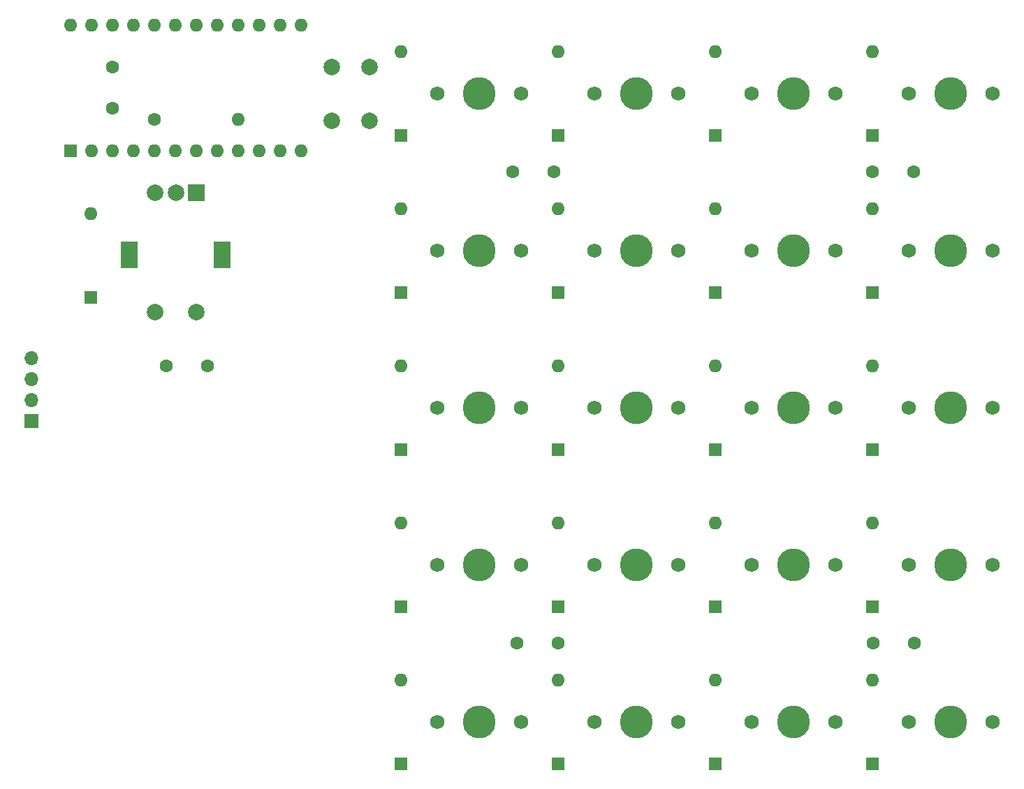
<source format=gts>
G04 #@! TF.GenerationSoftware,KiCad,Pcbnew,(5.1.10)-1*
G04 #@! TF.CreationDate,2021-09-28T21:06:42+02:00*
G04 #@! TF.ProjectId,SheepyPad,53686565-7079-4506-9164-2e6b69636164,rev?*
G04 #@! TF.SameCoordinates,Original*
G04 #@! TF.FileFunction,Soldermask,Top*
G04 #@! TF.FilePolarity,Negative*
%FSLAX46Y46*%
G04 Gerber Fmt 4.6, Leading zero omitted, Abs format (unit mm)*
G04 Created by KiCad (PCBNEW (5.1.10)-1) date 2021-09-28 21:06:42*
%MOMM*%
%LPD*%
G01*
G04 APERTURE LIST*
%ADD10C,1.600000*%
%ADD11O,1.600000X1.600000*%
%ADD12R,1.600000X1.600000*%
%ADD13O,1.700000X1.700000*%
%ADD14R,1.700000X1.700000*%
%ADD15C,2.000000*%
%ADD16C,3.987800*%
%ADD17C,1.750000*%
%ADD18R,2.000000X2.000000*%
%ADD19R,2.000000X3.200000*%
G04 APERTURE END LIST*
D10*
X71755000Y-57070000D03*
X71755000Y-52070000D03*
X125269000Y-64770000D03*
X120269000Y-64770000D03*
X163830000Y-64770000D03*
X168830000Y-64770000D03*
X163910000Y-121920000D03*
X168910000Y-121920000D03*
X125730000Y-121920000D03*
X120730000Y-121920000D03*
X83232000Y-88265000D03*
X78232000Y-88265000D03*
D11*
X94615000Y-46990000D03*
X92075000Y-46990000D03*
X89535000Y-46990000D03*
D12*
X66675000Y-62230000D03*
D11*
X86995000Y-46990000D03*
X69215000Y-62230000D03*
X84455000Y-46990000D03*
X71755000Y-62230000D03*
X81915000Y-46990000D03*
X74295000Y-62230000D03*
X79375000Y-46990000D03*
X76835000Y-62230000D03*
X76835000Y-46990000D03*
X79375000Y-62230000D03*
X74295000Y-46990000D03*
X81915000Y-62230000D03*
X71755000Y-46990000D03*
X84455000Y-62230000D03*
X69215000Y-46990000D03*
X86995000Y-62230000D03*
X66675000Y-46990000D03*
X89535000Y-62230000D03*
X92075000Y-62230000D03*
X94615000Y-62230000D03*
D13*
X61925000Y-87345000D03*
X61925000Y-89885000D03*
X61925000Y-92425000D03*
D14*
X61925000Y-94965000D03*
D15*
X102870000Y-58570000D03*
X98370000Y-58570000D03*
X102870000Y-52070000D03*
X98370000Y-52070000D03*
D11*
X86995000Y-58420000D03*
D10*
X76835000Y-58420000D03*
D11*
X69151500Y-69850000D03*
D12*
X69151500Y-80010000D03*
D16*
X116205000Y-55245000D03*
D17*
X111125000Y-55245000D03*
X121285000Y-55245000D03*
D16*
X116205000Y-112395000D03*
D17*
X111125000Y-112395000D03*
X121285000Y-112395000D03*
D11*
X144780000Y-69215000D03*
D12*
X144780000Y-79375000D03*
D18*
X81915000Y-67310000D03*
D15*
X79415000Y-67310000D03*
X76915000Y-67310000D03*
D19*
X85015000Y-74810000D03*
X73815000Y-74810000D03*
D15*
X81915000Y-81810000D03*
X76915000Y-81810000D03*
D16*
X173355000Y-131445000D03*
D17*
X168275000Y-131445000D03*
X178435000Y-131445000D03*
D16*
X173355000Y-112395000D03*
D17*
X168275000Y-112395000D03*
X178435000Y-112395000D03*
D16*
X173355000Y-93345000D03*
D17*
X168275000Y-93345000D03*
X178435000Y-93345000D03*
D16*
X173355000Y-74295000D03*
D17*
X168275000Y-74295000D03*
X178435000Y-74295000D03*
D16*
X173355000Y-55245000D03*
D17*
X168275000Y-55245000D03*
X178435000Y-55245000D03*
D16*
X154305000Y-131445000D03*
D17*
X149225000Y-131445000D03*
X159385000Y-131445000D03*
D16*
X154305000Y-112395000D03*
D17*
X149225000Y-112395000D03*
X159385000Y-112395000D03*
D16*
X154305000Y-93345000D03*
D17*
X149225000Y-93345000D03*
X159385000Y-93345000D03*
D16*
X154305000Y-74295000D03*
D17*
X149225000Y-74295000D03*
X159385000Y-74295000D03*
D16*
X154305000Y-55245000D03*
D17*
X149225000Y-55245000D03*
X159385000Y-55245000D03*
D16*
X135255000Y-131445000D03*
D17*
X130175000Y-131445000D03*
X140335000Y-131445000D03*
D16*
X135255000Y-112395000D03*
D17*
X130175000Y-112395000D03*
X140335000Y-112395000D03*
D16*
X135255000Y-93345000D03*
D17*
X130175000Y-93345000D03*
X140335000Y-93345000D03*
D16*
X135255000Y-74295000D03*
D17*
X130175000Y-74295000D03*
X140335000Y-74295000D03*
D16*
X135255000Y-55245000D03*
D17*
X130175000Y-55245000D03*
X140335000Y-55245000D03*
D16*
X116205000Y-131445000D03*
D17*
X111125000Y-131445000D03*
X121285000Y-131445000D03*
D16*
X116205000Y-93345000D03*
D17*
X111125000Y-93345000D03*
X121285000Y-93345000D03*
D16*
X116205000Y-74295000D03*
D17*
X111125000Y-74295000D03*
X121285000Y-74295000D03*
D11*
X163830000Y-126365000D03*
D12*
X163830000Y-136525000D03*
D11*
X163830000Y-107315000D03*
D12*
X163830000Y-117475000D03*
D11*
X163830000Y-88265000D03*
D12*
X163830000Y-98425000D03*
D11*
X163830000Y-69215000D03*
D12*
X163830000Y-79375000D03*
D11*
X163830000Y-50165000D03*
D12*
X163830000Y-60325000D03*
D11*
X144780000Y-126365000D03*
D12*
X144780000Y-136525000D03*
D11*
X144780000Y-107315000D03*
D12*
X144780000Y-117475000D03*
D11*
X144780000Y-88265000D03*
D12*
X144780000Y-98425000D03*
D11*
X144780000Y-50165000D03*
D12*
X144780000Y-60325000D03*
D11*
X125730000Y-126365000D03*
D12*
X125730000Y-136525000D03*
D11*
X125730000Y-107315000D03*
D12*
X125730000Y-117475000D03*
D11*
X125730000Y-88265000D03*
D12*
X125730000Y-98425000D03*
D11*
X125730000Y-69215000D03*
D12*
X125730000Y-79375000D03*
D11*
X125730000Y-50165000D03*
D12*
X125730000Y-60325000D03*
D11*
X106680000Y-126365000D03*
D12*
X106680000Y-136525000D03*
D11*
X106680000Y-107315000D03*
D12*
X106680000Y-117475000D03*
D11*
X106680000Y-88265000D03*
D12*
X106680000Y-98425000D03*
D11*
X106680000Y-69215000D03*
D12*
X106680000Y-79375000D03*
D11*
X106680000Y-50165000D03*
D12*
X106680000Y-60325000D03*
M02*

</source>
